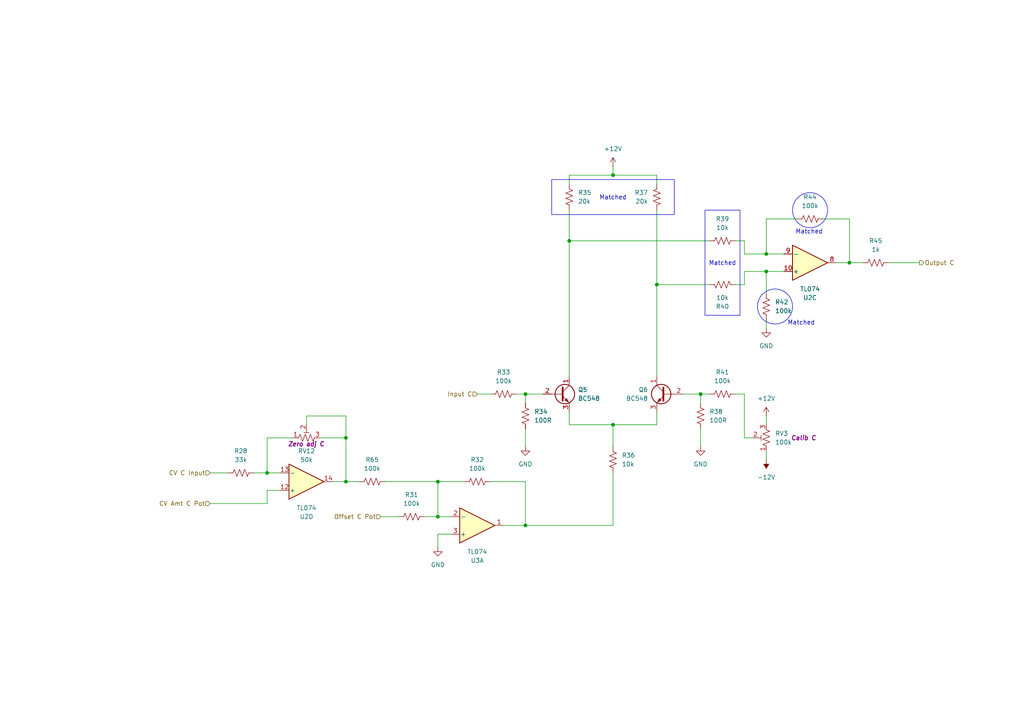
<source format=kicad_sch>
(kicad_sch (version 20250114) (generator "eeschema") (generator_version "9.0")
  (paper "A4")
  (title_block (company "DMH Instruments") (comment 1 "PCB for 5 cm Kosmo format synthesizer module"))
  (lib_symbols
    (symbol "Amplifier_Operational:TL074" (pin_names (offset 0.127))
      (property "Reference" "U" (at 0 5.08 0))
      (property "Value" "TL074" (at 0 -5.08 0))
      (symbol "TL074_1_1"
        (polyline (pts (xy -5.08 5.08) (xy 5.08 0) (xy -5.08 -5.08) (xy -5.08 5.08)) (stroke (width 0.254)) (fill (type background)))
        (pin input line (at -7.62 2.54 0) (length 2.54) (name "+") (number "3"))
        (pin input line (at -7.62 -2.54 0) (length 2.54) (name "-") (number "2"))
        (pin output line (at 7.62 0 180) (length 2.54) (name "~") (number "1"))
      )
      (symbol "TL074_2_1"
        (polyline (pts (xy -5.08 5.08) (xy 5.08 0) (xy -5.08 -5.08) (xy -5.08 5.08)) (stroke (width 0.254)) (fill (type background)))
        (pin input line (at -7.62 2.54 0) (length 2.54) (name "+") (number "5"))
        (pin input line (at -7.62 -2.54 0) (length 2.54) (name "-") (number "6"))
        (pin output line (at 7.62 0 180) (length 2.54) (name "~") (number "7"))
      )
      (symbol "TL074_3_1"
        (polyline (pts (xy -5.08 5.08) (xy 5.08 0) (xy -5.08 -5.08) (xy -5.08 5.08)) (stroke (width 0.254)) (fill (type background)))
        (pin input line (at -7.62 2.54 0) (length 2.54) (name "+") (number "10"))
        (pin input line (at -7.62 -2.54 0) (length 2.54) (name "-") (number "9"))
        (pin output line (at 7.62 0 180) (length 2.54) (name "~") (number "8"))
      )
      (symbol "TL074_4_1"
        (polyline (pts (xy -5.08 5.08) (xy 5.08 0) (xy -5.08 -5.08) (xy -5.08 5.08)) (stroke (width 0.254)) (fill (type background)))
        (pin input line (at -7.62 2.54 0) (length 2.54) (name "+") (number "12"))
        (pin input line (at -7.62 -2.54 0) (length 2.54) (name "-") (number "13"))
        (pin output line (at 7.62 0 180) (length 2.54) (name "~") (number "14"))
      )
      (symbol "TL074_5_1"
        (pin power_in line (at -2.54 7.62 270) (length 3.81) (name "V+") (number "4"))
        (pin power_in line (at -2.54 -7.62 90) (length 3.81) (name "V-") (number "11"))
      )
    )
    (symbol "Device:R_Potentiometer_Trim_US" (pin_names (offset 1.016) (hide yes))
      (property "Reference" "RV" (at -4.445 0 90))
      (property "Value" "R_Potentiometer_Trim_US" (at -2.54 0 90))
      (symbol "R_Potentiometer_Trim_US_0_1"
        (polyline (pts (xy 0 2.286) (xy 0 2.54)))
        (polyline (pts (xy 0 2.286) (xy 1.016 1.905) (xy 0 1.524) (xy -1.016 1.143) (xy 0 0.762)))
        (polyline (pts (xy 0 0.762) (xy 1.016 0.381) (xy 0 0) (xy -1.016 -0.381) (xy 0 -0.762)))
        (polyline (pts (xy 0 -0.762) (xy 1.016 -1.143) (xy 0 -1.524) (xy -1.016 -1.905) (xy 0 -2.286)))
        (polyline (pts (xy 0 -2.286) (xy 0 -2.54)))
        (polyline (pts (xy 1.524 0.762) (xy 1.524 -0.762)))
        (polyline (pts (xy 2.54 0) (xy 1.524 0)))
      )
      (symbol "R_Potentiometer_Trim_US_1_1"
        (pin passive line (at 0 3.81 270) (length 1.27) (name "1") (number "1"))
        (pin passive line (at 0 -3.81 90) (length 1.27) (name "3") (number "3"))
        (pin passive line (at 3.81 0 180) (length 1.27) (name "2") (number "2"))
      )
    )
    (symbol "Device:R_US" (pin_numbers (hide yes)) (pin_names (offset 0))
      (property "Reference" "R" (at 2.54 0 90))
      (property "Value" "R_US" (at -2.54 0 90))
      (symbol "R_US_0_1"
        (polyline (pts (xy 0 2.286) (xy 0 2.54)))
        (polyline (pts (xy 0 2.286) (xy 1.016 1.905) (xy 0 1.524) (xy -1.016 1.143) (xy 0 0.762)))
        (polyline (pts (xy 0 0.762) (xy 1.016 0.381) (xy 0 0) (xy -1.016 -0.381) (xy 0 -0.762)))
        (polyline (pts (xy 0 -0.762) (xy 1.016 -1.143) (xy 0 -1.524) (xy -1.016 -1.905) (xy 0 -2.286)))
        (polyline (pts (xy 0 -2.286) (xy 0 -2.54)))
      )
      (symbol "R_US_1_1"
        (pin passive line (at 0 3.81 270) (length 1.27) (name "~") (number "1"))
        (pin passive line (at 0 -3.81 90) (length 1.27) (name "~") (number "2"))
      )
    )
    (symbol "Transistor_BJT:BC548" (pin_names (offset 0) (hide yes))
      (property "Reference" "Q" (at 5.08 1.905 0))
      (property "Value" "BC548" (at 5.08 0 0))
      (symbol "BC548_0_1"
        (polyline (pts (xy -2.54 0) (xy 0.635 0)))
        (polyline (pts (xy 0.635 1.905) (xy 0.635 -1.905)) (stroke (width 0.508)))
        (circle (center 1.27 0) (radius 2.8194) (stroke (width 0.254)))
      )
      (symbol "BC548_1_1"
        (polyline (pts (xy 0.635 0.635) (xy 2.54 2.54)))
        (polyline (pts (xy 0.635 -0.635) (xy 2.54 -2.54)))
        (polyline (pts (xy 1.27 -1.778) (xy 1.778 -1.27) (xy 2.286 -2.286) (xy 1.27 -1.778)) (fill (type outline)))
        (pin input line (at -5.08 0 0) (length 2.54) (name "B") (number "2"))
        (pin passive line (at 2.54 5.08 270) (length 2.54) (name "C") (number "1"))
        (pin passive line (at 2.54 -5.08 90) (length 2.54) (name "E") (number "3"))
      )
    )
    (symbol "power:+12V" (power) (pin_numbers (hide yes)) (pin_names (offset 0) (hide yes))
      (property "Value" "+12V" (at 0 3.556 0))
      (symbol "+12V_0_1"
        (polyline (pts (xy -0.762 1.27) (xy 0 2.54)))
        (polyline (pts (xy 0 2.54) (xy 0.762 1.27)))
        (polyline (pts (xy 0 0) (xy 0 2.54)))
      )
      (symbol "+12V_1_1"
        (pin power_in line (at 0 0 90) (length 0) (name "~") (number "1"))
      )
    )
    (symbol "power:-12V" (power) (pin_numbers (hide yes)) (pin_names (offset 0) (hide yes))
      (property "Value" "-12V" (at 0 3.556 0))
      (symbol "-12V_0_0"
        (pin power_in line (at 0 0 90) (length 0) (name "~") (number "1"))
      )
      (symbol "-12V_0_1"
        (polyline (pts (xy 0 0) (xy 0 1.27) (xy 0.762 1.27) (xy 0 2.54) (xy -0.762 1.27) (xy 0 1.27)) (fill (type outline)))
      )
    )
    (symbol "power:GND" (power) (pin_numbers (hide yes)) (pin_names (offset 0) (hide yes))
      (property "Value" "GND" (at 0 -3.81 0))
      (symbol "GND_0_1"
        (polyline (pts (xy 0 0) (xy 0 -1.27) (xy 1.27 -1.27) (xy 0 -2.54) (xy -1.27 -1.27) (xy 0 -1.27)))
      )
      (symbol "GND_1_1"
        (pin power_in line (at 0 0 270) (length 0) (name "~") (number "1"))
      )
    )
  )
  (rectangle (start 160.02 52.07) (end 195.58 62.23))
  (circle (center 224.79 88.9) (radius 5.08))
  (rectangle (start 204.47 60.96) (end 214.63 91.44))
  (circle (center 234.95 60.96) (radius 5.08))
  (text "Matched" (at 209.55 76.454 0) (effects (font (size 1.27 1.27))))
  (text "Matched" (at 177.8 57.404 0) (effects (font (size 1.27 1.27))))
  (text "Matched" (at 232.41 93.726 0) (effects (font (size 1.27 1.27))))
  (text "Matched" (at 234.696 67.31 0) (effects (font (size 1.27 1.27))))
  (junction (at 165.1 69.85))
  (junction (at 222.25 78.74))
  (junction (at 100.33 127))
  (junction (at 203.2 114.3))
  (junction (at 177.8 50.8))
  (junction (at 177.8 123.19))
  (junction (at 152.4 114.3))
  (junction (at 77.47 137.16))
  (junction (at 190.5 82.55))
  (junction (at 222.25 73.66))
  (junction (at 127 149.86))
  (junction (at 127 139.7))
  (junction (at 152.4 152.4))
  (junction (at 246.38 76.2))
  (junction (at 100.33 139.7))
  (wire (pts (xy 123.19 149.86) (xy 127 149.86)))
  (wire (pts (xy 190.5 82.55) (xy 205.74 82.55)))
  (wire (pts (xy 127 139.7) (xy 127 149.86)))
  (wire (pts (xy 165.1 60.96) (xy 165.1 69.85)))
  (wire (pts (xy 213.36 82.55) (xy 215.9 82.55)))
  (wire (pts (xy 222.25 78.74) (xy 222.25 85.09)))
  (wire (pts (xy 110.49 149.86) (xy 115.57 149.86)))
  (wire (pts (xy 73.66 137.16) (xy 77.47 137.16)))
  (wire (pts (xy 213.36 114.3) (xy 215.9 114.3)))
  (wire (pts (xy 222.25 120.65) (xy 222.25 123.19)))
  (wire (pts (xy 257.81 76.2) (xy 266.7 76.2)))
  (wire (pts (xy 242.57 76.2) (xy 246.38 76.2)))
  (wire (pts (xy 152.4 152.4) (xy 177.8 152.4)))
  (wire (pts (xy 215.9 69.85) (xy 215.9 73.66)))
  (wire (pts (xy 152.4 124.46) (xy 152.4 129.54)))
  (wire (pts (xy 215.9 78.74) (xy 222.25 78.74)))
  (wire (pts (xy 231.14 63.5) (xy 222.25 63.5)))
  (wire (pts (xy 222.25 92.71) (xy 222.25 95.25)))
  (wire (pts (xy 100.33 139.7) (xy 104.14 139.7)))
  (wire (pts (xy 222.25 63.5) (xy 222.25 73.66)))
  (wire (pts (xy 177.8 152.4) (xy 177.8 137.16)))
  (wire (pts (xy 165.1 123.19) (xy 177.8 123.19)))
  (wire (pts (xy 203.2 114.3) (xy 205.74 114.3)))
  (wire (pts (xy 77.47 146.05) (xy 77.47 142.24)))
  (wire (pts (xy 246.38 63.5) (xy 246.38 76.2)))
  (wire (pts (xy 222.25 130.81) (xy 222.25 133.35)))
  (wire (pts (xy 190.5 50.8) (xy 177.8 50.8)))
  (wire (pts (xy 203.2 114.3) (xy 203.2 116.84)))
  (wire (pts (xy 127 149.86) (xy 130.81 149.86)))
  (wire (pts (xy 190.5 60.96) (xy 190.5 82.55)))
  (wire (pts (xy 215.9 82.55) (xy 215.9 78.74)))
  (wire (pts (xy 215.9 73.66) (xy 222.25 73.66)))
  (wire (pts (xy 77.47 127) (xy 77.47 137.16)))
  (wire (pts (xy 190.5 53.34) (xy 190.5 50.8)))
  (wire (pts (xy 213.36 69.85) (xy 215.9 69.85)))
  (wire (pts (xy 177.8 123.19) (xy 177.8 129.54)))
  (wire (pts (xy 92.71 127) (xy 100.33 127)))
  (wire (pts (xy 246.38 76.2) (xy 250.19 76.2)))
  (wire (pts (xy 165.1 53.34) (xy 165.1 50.8)))
  (wire (pts (xy 177.8 50.8) (xy 177.8 48.26)))
  (wire (pts (xy 165.1 119.38) (xy 165.1 123.19)))
  (wire (pts (xy 88.9 123.19) (xy 88.9 120.65)))
  (wire (pts (xy 238.76 63.5) (xy 246.38 63.5)))
  (wire (pts (xy 127 154.94) (xy 127 158.75)))
  (wire (pts (xy 190.5 119.38) (xy 190.5 123.19)))
  (wire (pts (xy 190.5 123.19) (xy 177.8 123.19)))
  (wire (pts (xy 142.24 139.7) (xy 152.4 139.7)))
  (wire (pts (xy 198.12 114.3) (xy 203.2 114.3)))
  (wire (pts (xy 165.1 50.8) (xy 177.8 50.8)))
  (wire (pts (xy 77.47 137.16) (xy 81.28 137.16)))
  (wire (pts (xy 100.33 127) (xy 100.33 139.7)))
  (wire (pts (xy 146.05 152.4) (xy 152.4 152.4)))
  (wire (pts (xy 100.33 120.65) (xy 100.33 127)))
  (wire (pts (xy 165.1 69.85) (xy 205.74 69.85)))
  (wire (pts (xy 60.96 146.05) (xy 77.47 146.05)))
  (wire (pts (xy 77.47 142.24) (xy 81.28 142.24)))
  (wire (pts (xy 100.33 139.7) (xy 96.52 139.7)))
  (wire (pts (xy 222.25 73.66) (xy 227.33 73.66)))
  (wire (pts (xy 134.62 139.7) (xy 127 139.7)))
  (wire (pts (xy 203.2 124.46) (xy 203.2 129.54)))
  (wire (pts (xy 130.81 154.94) (xy 127 154.94)))
  (wire (pts (xy 165.1 69.85) (xy 165.1 109.22)))
  (wire (pts (xy 149.86 114.3) (xy 152.4 114.3)))
  (wire (pts (xy 152.4 114.3) (xy 157.48 114.3)))
  (wire (pts (xy 190.5 82.55) (xy 190.5 109.22)))
  (wire (pts (xy 77.47 127) (xy 85.09 127)))
  (wire (pts (xy 222.25 78.74) (xy 227.33 78.74)))
  (wire (pts (xy 111.76 139.7) (xy 127 139.7)))
  (wire (pts (xy 88.9 120.65) (xy 100.33 120.65)))
  (wire (pts (xy 60.96 137.16) (xy 66.04 137.16)))
  (wire (pts (xy 152.4 139.7) (xy 152.4 152.4)))
  (wire (pts (xy 152.4 114.3) (xy 152.4 116.84)))
  (wire (pts (xy 138.43 114.3) (xy 142.24 114.3)))
  (wire (pts (xy 215.9 114.3) (xy 215.9 127)))
  (wire (pts (xy 215.9 127) (xy 218.44 127)))
  (hierarchical_label "CV C Input" (shape input) (at 60.96 137.16 180))
  (hierarchical_label "Output C" (shape output) (at 266.7 76.2 0))
  (hierarchical_label "CV Amt C Pot" (shape input) (at 60.96 146.05 180))
  (hierarchical_label "Input C" (shape input) (at 138.43 114.3 180))
  (hierarchical_label "Offset C Pot" (shape input) (at 110.49 149.86 180))
  (symbol (lib_id "Device:R_Potentiometer_Trim_US") (at 88.9 127 90) (unit 1)
    (property "Reference" "RV12" (at 88.9 130.81 90))
    (property "Value" "50k" (at 88.9 133.35 90))
    (property "Footprint" "Potentiometer_THT:Potentiometer_Bourns_3296W_Vertical" (effects (hide yes)))
    (property "Description" "Trim-potentiometer, US symbol" (effects (hide yes)))
    (property "Function" "Zero adj C" (at 88.9 128.778 90) (effects (font (thickness 0.254) (bold yes) (italic yes))))
  )
  (symbol (lib_id "power:GND") (at 152.4 129.54 0) (unit 1)
    (property "Reference" "#PWR026" (effects (hide yes)))
    (property "Value" "GND" (at 152.4 134.62 0))
    (property "Description" "Power symbol creates a global label with name \"GND\" , ground" (effects (hide yes)))
  )
  (symbol (lib_id "Device:R_US") (at 234.95 63.5 270) (unit 1)
    (property "Reference" "R44" (at 234.95 57.15 90))
    (property "Value" "100k" (at 234.95 59.69 90))
    (property "Footprint" "Resistor_THT:R_Axial_DIN0207_L6.3mm_D2.5mm_P2.54mm_Vertical" (effects (hide yes)))
    (property "Description" "Resistor, US symbol" (effects (hide yes)))
  )
  (symbol (lib_id "Device:R_US") (at 119.38 149.86 90) (unit 1)
    (property "Reference" "R31" (at 119.38 143.51 90))
    (property "Value" "100k" (at 119.38 146.05 90))
    (property "Footprint" "Resistor_THT:R_Axial_DIN0207_L6.3mm_D2.5mm_P2.54mm_Vertical" (effects (hide yes)))
    (property "Description" "Resistor, US symbol" (effects (hide yes)))
  )
  (symbol (lib_id "Device:R_US") (at 254 76.2 270) (unit 1)
    (property "Reference" "R45" (at 254 69.85 90))
    (property "Value" "1k" (at 254 72.39 90))
    (property "Footprint" "Resistor_THT:R_Axial_DIN0207_L6.3mm_D2.5mm_P2.54mm_Vertical" (effects (hide yes)))
    (property "Description" "Resistor, US symbol" (effects (hide yes)))
  )
  (symbol (lib_id "Device:R_US") (at 190.5 57.15 0) (mirror x) (unit 1)
    (property "Reference" "R37" (at 187.96 55.8799 0) (effects (justify right)))
    (property "Value" "20k" (at 187.96 58.4199 0) (effects (justify right)))
    (property "Footprint" "Resistor_THT:R_Axial_DIN0207_L6.3mm_D2.5mm_P2.54mm_Vertical" (effects (hide yes)))
    (property "Description" "Resistor, US symbol" (effects (hide yes)))
  )
  (symbol (lib_id "Device:R_US") (at 69.85 137.16 90) (unit 1)
    (property "Reference" "R28" (at 69.85 130.81 90))
    (property "Value" "33k" (at 69.85 133.35 90))
    (property "Footprint" "Resistor_THT:R_Axial_DIN0207_L6.3mm_D2.5mm_P2.54mm_Vertical" (effects (hide yes)))
    (property "Description" "Resistor, US symbol" (effects (hide yes)))
  )
  (symbol (lib_id "power:+12V") (at 177.8 48.26 0) (unit 1)
    (property "Reference" "#PWR027" (effects (hide yes)))
    (property "Value" "+12V" (at 177.8 43.18 0))
    (property "Description" "Power symbol creates a global label with name \"+12V\"" (effects (hide yes)))
  )
  (symbol (lib_id "Amplifier_Operational:TL074") (at 88.9 139.7 0) (mirror x) (unit 4)
    (property "Reference" "U2" (at 88.9 149.86 0))
    (property "Value" "TL074" (at 88.9 147.32 0))
    (property "Footprint" "Package_DIP:DIP-14_W7.62mm_Socket" (effects (hide yes)))
    (property "Datasheet" "http://www.ti.com/lit/ds/symlink/tl071.pdf" (effects (hide yes)))
    (property "Description" "Quad Low-Noise JFET-Input Operational Amplifiers, DIP-14/SOIC-14" (effects (hide yes)))
  )
  (symbol (lib_id "Device:R_US") (at 177.8 133.35 180) (unit 1)
    (property "Reference" "R36" (at 180.34 132.0799 0) (effects (justify right)))
    (property "Value" "10k" (at 180.34 134.6199 0) (effects (justify right)))
    (property "Footprint" "Resistor_THT:R_Axial_DIN0207_L6.3mm_D2.5mm_P2.54mm_Vertical" (effects (hide yes)))
    (property "Description" "Resistor, US symbol" (effects (hide yes)))
  )
  (symbol (lib_id "Device:R_US") (at 209.55 69.85 270) (unit 1)
    (property "Reference" "R39" (at 209.55 63.5 90))
    (property "Value" "10k" (at 209.55 66.04 90))
    (property "Footprint" "Resistor_THT:R_Axial_DIN0207_L6.3mm_D2.5mm_P2.54mm_Vertical" (effects (hide yes)))
    (property "Description" "Resistor, US symbol" (effects (hide yes)))
  )
  (symbol (lib_id "power:GND") (at 203.2 129.54 0) (unit 1)
    (property "Reference" "#PWR028" (effects (hide yes)))
    (property "Value" "GND" (at 203.2 134.62 0))
    (property "Description" "Power symbol creates a global label with name \"GND\" , ground" (effects (hide yes)))
  )
  (symbol (lib_id "power:GND") (at 222.25 95.25 0) (unit 1)
    (property "Reference" "#PWR029" (effects (hide yes)))
    (property "Value" "GND" (at 222.25 100.33 0))
    (property "Description" "Power symbol creates a global label with name \"GND\" , ground" (effects (hide yes)))
  )
  (symbol (lib_id "Device:R_US") (at 107.95 139.7 90) (unit 1)
    (property "Reference" "R65" (at 107.95 133.35 90))
    (property "Value" "100k" (at 107.95 135.89 90))
    (property "Footprint" "Resistor_THT:R_Axial_DIN0207_L6.3mm_D2.5mm_P2.54mm_Vertical" (effects (hide yes)))
    (property "Description" "Resistor, US symbol" (effects (hide yes)))
  )
  (symbol (lib_id "power:GND") (at 127 158.75 0) (unit 1)
    (property "Reference" "#PWR025" (effects (hide yes)))
    (property "Value" "GND" (at 127 163.83 0))
    (property "Description" "Power symbol creates a global label with name \"GND\" , ground" (effects (hide yes)))
  )
  (symbol (lib_id "Device:R_US") (at 209.55 82.55 270) (mirror x) (unit 1)
    (property "Reference" "R40" (at 209.55 88.9 90))
    (property "Value" "10k" (at 209.55 86.36 90))
    (property "Footprint" "Resistor_THT:R_Axial_DIN0207_L6.3mm_D2.5mm_P2.54mm_Vertical" (effects (hide yes)))
    (property "Description" "Resistor, US symbol" (effects (hide yes)))
  )
  (symbol (lib_id "Device:R_US") (at 209.55 114.3 270) (unit 1)
    (property "Reference" "R41" (at 209.55 107.95 90))
    (property "Value" "100k" (at 209.55 110.49 90))
    (property "Footprint" "Resistor_THT:R_Axial_DIN0207_L6.3mm_D2.5mm_P2.54mm_Vertical" (effects (hide yes)))
    (property "Description" "Resistor, US symbol" (effects (hide yes)))
  )
  (symbol (lib_id "power:+12V") (at 222.25 120.65 0) (unit 1)
    (property "Reference" "#PWR030" (effects (hide yes)))
    (property "Value" "+12V" (at 222.25 115.57 0))
    (property "Description" "Power symbol creates a global label with name \"+12V\"" (effects (hide yes)))
  )
  (symbol (lib_id "Device:R_US") (at 203.2 120.65 180) (unit 1)
    (property "Reference" "R38" (at 205.74 119.3799 0) (effects (justify right)))
    (property "Value" "100R" (at 205.74 121.9199 0) (effects (justify right)))
    (property "Footprint" "Resistor_THT:R_Axial_DIN0207_L6.3mm_D2.5mm_P2.54mm_Vertical" (effects (hide yes)))
    (property "Description" "Resistor, US symbol" (effects (hide yes)))
  )
  (symbol (lib_id "Transistor_BJT:BC548") (at 193.04 114.3 0) (mirror y) (unit 1)
    (property "Reference" "Q6" (at 187.96 113.0299 0) (effects (justify left)))
    (property "Value" "BC548" (at 187.96 115.5699 0) (effects (justify left)))
    (property "Footprint" "Package_TO_SOT_THT:TO-92L_Inline_Wide" (effects (hide yes)))
    (property "Datasheet" "https://www.onsemi.com/pub/Collateral/BC550-D.pdf" (effects (hide yes)))
    (property "Description" "0.1A Ic, 30V Vce, Small Signal NPN Transistor, TO-92" (effects (hide yes)))
  )
  (symbol (lib_id "Device:R_Potentiometer_Trim_US") (at 222.25 127 180) (unit 1)
    (property "Reference" "RV3" (at 224.79 125.7299 0) (effects (justify right)))
    (property "Value" "100k" (at 224.79 128.2699 0) (effects (justify right)))
    (property "Footprint" "Potentiometer_THT:Potentiometer_Bourns_3296W_Vertical" (effects (hide yes)))
    (property "Description" "Trim-potentiometer, US symbol" (effects (hide yes)))
    (property "Function" "Calib C" (at 233.172 127 0) (effects (font (thickness 0.254) (bold yes) (italic yes))))
  )
  (symbol (lib_id "Device:R_US") (at 152.4 120.65 180) (unit 1)
    (property "Reference" "R34" (at 154.94 119.3799 0) (effects (justify right)))
    (property "Value" "100R" (at 154.94 121.9199 0) (effects (justify right)))
    (property "Footprint" "Resistor_THT:R_Axial_DIN0207_L6.3mm_D2.5mm_P2.54mm_Vertical" (effects (hide yes)))
    (property "Description" "Resistor, US symbol" (effects (hide yes)))
  )
  (symbol (lib_id "Device:R_US") (at 222.25 88.9 0) (unit 1)
    (property "Reference" "R42" (at 224.79 87.6299 0) (effects (justify left)))
    (property "Value" "100k" (at 224.79 90.1699 0) (effects (justify left)))
    (property "Footprint" "Resistor_THT:R_Axial_DIN0207_L6.3mm_D2.5mm_P2.54mm_Vertical" (effects (hide yes)))
    (property "Description" "Resistor, US symbol" (effects (hide yes)))
  )
  (symbol (lib_id "power:-12V") (at 222.25 133.35 180) (unit 1)
    (property "Reference" "#PWR031" (effects (hide yes)))
    (property "Value" "-12V" (at 222.25 138.43 0))
    (property "Description" "Power symbol creates a global label with name \"-12V\"" (effects (hide yes)))
  )
  (symbol (lib_id "Transistor_BJT:BC548") (at 162.56 114.3 0) (unit 1)
    (property "Reference" "Q5" (at 167.64 113.0299 0) (effects (justify left)))
    (property "Value" "BC548" (at 167.64 115.5699 0) (effects (justify left)))
    (property "Footprint" "Package_TO_SOT_THT:TO-92L_Inline_Wide" (effects (hide yes)))
    (property "Datasheet" "https://www.onsemi.com/pub/Collateral/BC550-D.pdf" (effects (hide yes)))
    (property "Description" "0.1A Ic, 30V Vce, Small Signal NPN Transistor, TO-92" (effects (hide yes)))
  )
  (symbol (lib_id "Device:R_US") (at 146.05 114.3 270) (unit 1)
    (property "Reference" "R33" (at 146.05 107.95 90))
    (property "Value" "100k" (at 146.05 110.49 90))
    (property "Footprint" "Resistor_THT:R_Axial_DIN0207_L6.3mm_D2.5mm_P2.54mm_Vertical" (effects (hide yes)))
    (property "Description" "Resistor, US symbol" (effects (hide yes)))
  )
  (symbol (lib_id "Device:R_US") (at 165.1 57.15 180) (unit 1)
    (property "Reference" "R35" (at 167.64 55.8799 0) (effects (justify right)))
    (property "Value" "20k" (at 167.64 58.4199 0) (effects (justify right)))
    (property "Footprint" "Resistor_THT:R_Axial_DIN0207_L6.3mm_D2.5mm_P2.54mm_Vertical" (effects (hide yes)))
    (property "Description" "Resistor, US symbol" (effects (hide yes)))
  )
  (symbol (lib_id "Amplifier_Operational:TL074") (at 138.43 152.4 0) (mirror x) (unit 1)
    (property "Reference" "U3" (at 138.43 162.56 0))
    (property "Value" "TL074" (at 138.43 160.02 0))
    (property "Footprint" "Package_DIP:DIP-14_W7.62mm_Socket" (effects (hide yes)))
    (property "Datasheet" "http://www.ti.com/lit/ds/symlink/tl071.pdf" (effects (hide yes)))
    (property "Description" "Quad Low-Noise JFET-Input Operational Amplifiers, DIP-14/SOIC-14" (effects (hide yes)))
  )
  (symbol (lib_id "Device:R_US") (at 138.43 139.7 90) (unit 1)
    (property "Reference" "R32" (at 138.43 133.35 90))
    (property "Value" "100k" (at 138.43 135.89 90))
    (property "Footprint" "Resistor_THT:R_Axial_DIN0207_L6.3mm_D2.5mm_P2.54mm_Vertical" (effects (hide yes)))
    (property "Description" "Resistor, US symbol" (effects (hide yes)))
  )
  (symbol (lib_id "Amplifier_Operational:TL074") (at 234.95 76.2 0) (mirror x) (unit 3)
    (property "Reference" "U2" (at 234.95 86.36 0))
    (property "Value" "TL074" (at 234.95 83.82 0))
    (property "Footprint" "Package_DIP:DIP-14_W7.62mm_Socket" (effects (hide yes)))
    (property "Datasheet" "http://www.ti.com/lit/ds/symlink/tl071.pdf" (effects (hide yes)))
    (property "Description" "Quad Low-Noise JFET-Input Operational Amplifiers, DIP-14/SOIC-14" (effects (hide yes)))
  )
)
</source>
